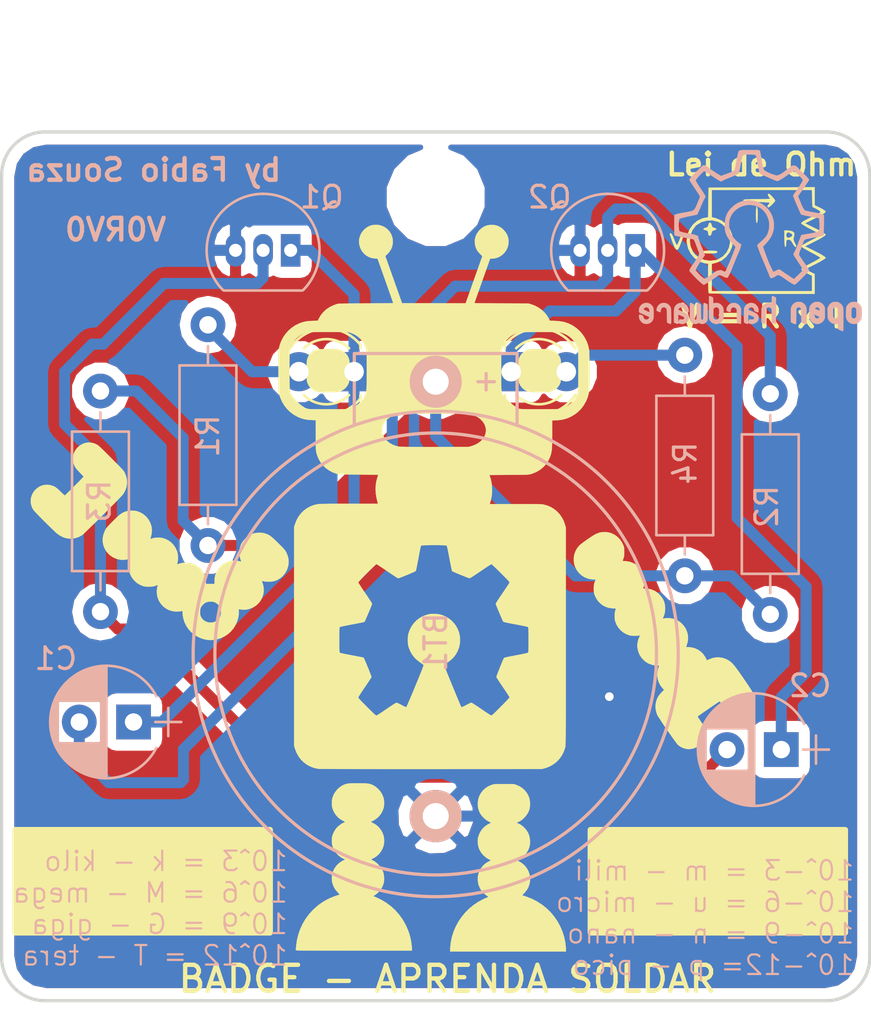
<source format=kicad_pcb>
(kicad_pcb (version 4) (host pcbnew 4.0.6)
  (layers (0 F.Cu signal) (31 B.Cu signal) (34 B.Paste user) (35 F.Paste user) (36 B.SilkS user) (37 F.SilkS user) (38 B.Mask user) (39 F.Mask user) (44 Edge.Cuts user))
  (net 0 "")
  (net 1 "Net-(BT1-Pad2)")
  (net 2 "Net-(BT1-Pad1)")
  (net 3 "Net-(C1-Pad1)")
  (net 4 "Net-(C1-Pad2)")
  (net 5 "Net-(C2-Pad1)")
  (net 6 "Net-(C2-Pad2)")
  (net 7 "Net-(D1-Pad2)")
  (net 8 "Net-(D2-Pad2)")
  (module Graphics:robot1_33x33 (layer F.Cu) (at 128 68)
    (fp_text reference G*** hide)
    (fp_text value LOGO hide)
  )
  (module Resistors_THT:R_Axial_DIN0207_L6.3mm_D2.5mm_P10.16mm_Horizontal (layer B.Cu) (at 119.507 66.04 90)
    (fp_text reference R1 (at 5.04 -0.007 90) (layer B.SilkS) (effects (justify mirror)))
    (fp_text value 150R hide)
    (pad 1 thru_hole circle (at 0 0 90) (size 1.6 1.6) (drill 0.8) (layers *.Cu *.Mask) (net 2 "Net-(BT1-Pad1)"))
    (pad 2 thru_hole oval (at 10.16 0 90) (size 1.6 1.6) (drill 0.8) (layers *.Cu *.Mask) (net 7 "Net-(D1-Pad2)"))
  )
  (module Mounting_Holes:MountingHole_3.5mm (layer F.Cu) (at 130 50)
    (fp_text reference REF** hide)
    (fp_text value MountingHole_3.5mm hide)
    (pad 1 np_thru_hole circle (at 0 0) (size 3.5 3.5) (drill 3.5) (layers *.Cu *.Mask))
  )
  (module Capacitors_THT:CP_Radial_D5.0mm_P2.50mm (layer B.Cu) (at 116.078 74.168 180)
    (fp_text reference C1 (at 3.578 2.918 180) (layer B.SilkS) (effects (justify mirror)))
    (fp_text value 22uF hide)
    (pad 1 thru_hole rect (at 0 0 180) (size 1.6 1.6) (drill 0.8) (layers *.Cu *.Mask) (net 3 "Net-(C1-Pad1)"))
    (pad 2 thru_hole circle (at 2.5 0 180) (size 1.6 1.6) (drill 0.8) (layers *.Cu *.Mask) (net 4 "Net-(C1-Pad2)"))
  )
  (module Capacitors_THT:CP_Radial_D5.0mm_P2.50mm (layer B.Cu) (at 145.923 75.438 180)
    (fp_text reference C2 (at -1.327 2.938 180) (layer B.SilkS) (effects (justify mirror)))
    (fp_text value 22uF hide)
    (pad 1 thru_hole rect (at 0 0 180) (size 1.6 1.6) (drill 0.8) (layers *.Cu *.Mask) (net 5 "Net-(C2-Pad1)"))
    (pad 2 thru_hole circle (at 2.5 0 180) (size 1.6 1.6) (drill 0.8) (layers *.Cu *.Mask) (net 6 "Net-(C2-Pad2)"))
  )
  (module LEDs:LED_D3.0mm (layer F.Cu) (at 126.238 58.039 180)
    (fp_text reference D1 hide)
    (fp_text value LED hide)
    (pad 1 thru_hole rect (at 0 0 180) (size 1.8 1.8) (drill 0.9) (layers *.Cu *.Mask) (net 3 "Net-(C1-Pad1)"))
    (pad 2 thru_hole circle (at 2.54 0 180) (size 1.8 1.8) (drill 0.9) (layers *.Cu *.Mask) (net 7 "Net-(D1-Pad2)"))
  )
  (module LEDs:LED_D3.0mm (layer F.Cu) (at 133.477 58.039)
    (fp_text reference D2 hide)
    (fp_text value LED hide)
    (pad 1 thru_hole rect (at 0 0) (size 1.8 1.8) (drill 0.9) (layers *.Cu *.Mask) (net 5 "Net-(C2-Pad1)"))
    (pad 2 thru_hole circle (at 2.54 0) (size 1.8 1.8) (drill 0.9) (layers *.Cu *.Mask) (net 8 "Net-(D2-Pad2)"))
  )
  (module TO_SOT_Packages_THT:TO-92_Inline_Narrow_Oval (layer B.Cu) (at 123.317 52.451 180)
    (fp_text reference Q1 (at -1.433 2.451 180) (layer B.SilkS) (effects (justify mirror)))
    (fp_text value BC548 hide)
    (pad 2 thru_hole oval (at 1.27 0) (size 0.9 1.5) (drill 0.6) (layers *.Cu *.Mask) (net 6 "Net-(C2-Pad2)"))
    (pad 3 thru_hole oval (at 2.54 0) (size 0.9 1.5) (drill 0.6) (layers *.Cu *.Mask) (net 1 "Net-(BT1-Pad2)"))
    (pad 1 thru_hole rect (at 0 0) (size 0.9 1.5) (drill 0.6) (layers *.Cu *.Mask) (net 3 "Net-(C1-Pad1)"))
  )
  (module TO_SOT_Packages_THT:TO-92_Inline_Narrow_Oval (layer B.Cu) (at 139.192 52.451 180)
    (fp_text reference Q2 (at 3.942 2.451 180) (layer B.SilkS) (effects (justify mirror)))
    (fp_text value BC548 hide)
    (pad 2 thru_hole oval (at 1.27 0) (size 0.9 1.5) (drill 0.6) (layers *.Cu *.Mask) (net 4 "Net-(C1-Pad2)"))
    (pad 3 thru_hole oval (at 2.54 0) (size 0.9 1.5) (drill 0.6) (layers *.Cu *.Mask) (net 1 "Net-(BT1-Pad2)"))
    (pad 1 thru_hole rect (at 0 0) (size 0.9 1.5) (drill 0.6) (layers *.Cu *.Mask) (net 5 "Net-(C2-Pad1)"))
  )
  (module Resistors_THT:R_Axial_DIN0207_L6.3mm_D2.5mm_P10.16mm_Horizontal (layer B.Cu) (at 145.415 69.215 90)
    (fp_text reference R2 (at 4.965 -0.165 90) (layer B.SilkS) (effects (justify mirror)))
    (fp_text value 47k hide)
    (pad 1 thru_hole circle (at 0 0 90) (size 1.6 1.6) (drill 0.8) (layers *.Cu *.Mask) (net 2 "Net-(BT1-Pad1)"))
    (pad 2 thru_hole oval (at 10.16 0 90) (size 1.6 1.6) (drill 0.8) (layers *.Cu *.Mask) (net 4 "Net-(C1-Pad2)"))
  )
  (module Resistors_THT:R_Axial_DIN0207_L6.3mm_D2.5mm_P10.16mm_Horizontal (layer B.Cu) (at 114.554 58.928 270)
    (fp_text reference R3 (at 5.072 0.054 270) (layer B.SilkS) (effects (justify mirror)))
    (fp_text value 47k hide)
    (pad 1 thru_hole circle (at 0 0 270) (size 1.6 1.6) (drill 0.8) (layers *.Cu *.Mask) (net 2 "Net-(BT1-Pad1)"))
    (pad 2 thru_hole oval (at 10.16 0 270) (size 1.6 1.6) (drill 0.8) (layers *.Cu *.Mask) (net 6 "Net-(C2-Pad2)"))
  )
  (module Resistors_THT:R_Axial_DIN0207_L6.3mm_D2.5mm_P10.16mm_Horizontal (layer B.Cu) (at 141.478 67.437 90)
    (fp_text reference R4 (at 5.187 0.022 90) (layer B.SilkS) (effects (justify mirror)))
    (fp_text value 150R hide)
    (pad 1 thru_hole circle (at 0 0 90) (size 1.6 1.6) (drill 0.8) (layers *.Cu *.Mask) (net 2 "Net-(BT1-Pad1)"))
    (pad 2 thru_hole oval (at 10.16 0 90) (size 1.6 1.6) (drill 0.8) (layers *.Cu *.Mask) (net 8 "Net-(D2-Pad2)"))
  )
  (module Graphics:circuit (layer F.Cu) (at 144.5 52)
    (fp_text reference G*** hide)
    (fp_text value LOGO hide)
  )
  (module library:CR2032_HOLDER (layer B.Cu) (at 130 78.5 90)
    (fp_text reference BT1 (at 8 0 90) (layer B.SilkS) (effects (justify mirror)))
    (fp_text value Battery_Cell hide)
    (fp_text user + (at 20 2.25 90) (layer B.SilkS) (effects (justify mirror)))
    (pad 2 thru_hole circle (at 0 0 90) (size 2.4 2.4) (drill 1.2) (layers *.Cu *.Mask B.SilkS) (net 1 "Net-(BT1-Pad2)"))
    (pad 1 thru_hole circle (at 20 0 90) (size 2.4 2.4) (drill 1.2) (layers *.Cu *.Mask B.SilkS) (net 2 "Net-(BT1-Pad1)"))
  )
  (module Graphics:oshw_logo (layer B.Cu) (at 144.5 52 180)
    (fp_text reference G*** hide)
    (fp_text value LOGO hide)
  )
  (gr_text V0RV0 (at 115.25 51.5) (layer B.SilkS) (effects (font (size 1 1) (thickness 0.2)) (justify mirror)))
  (gr_text "by Fabio Souza" (at 117 48.75) (layer B.SilkS) (effects (font (size 1 1) (thickness 0.2)) (justify mirror)))
  (gr_text "BADGE - APRENDA SOLDAR " (at 131 86) (layer F.SilkS) (effects (font (size 1.2 1.2) (thickness 0.2))))
  (gr_text "10^-3 = m - mili\n10^-6 = u - micro\n10^-9 = n - nano\n10^-12= p - pico" (at 149.352 83.185) (layer B.SilkS) (effects (font (size 0.9 0.9) (thickness 0.1)) (justify left mirror)))
  (gr_text "10^3 = k - kilo\n10^6 = M - mega\n10^9 = G - giga\n10^12 = T - tera" (at 123.25 82.75) (layer B.SilkS) (effects (font (size 0.9 0.9) (thickness 0.1)) (justify left mirror)))
  (gr_text "Lei de Ohm" (at 145 48.5) (layer F.SilkS) (effects (font (size 1 1) (thickness 0.2))))
  (gr_text "V = R x I" (at 145 55.5) (layer F.SilkS) (effects (font (size 1 1) (thickness 0.2))))
  (gr_line (start 110 49) (end 110 85) (angle 90) (layer Edge.Cuts) (width 0.15))
  (gr_line (start 148 47) (end 112 47) (angle 90) (layer Edge.Cuts) (width 0.15))
  (gr_line (start 150 85) (end 150 49) (angle 90) (layer Edge.Cuts) (width 0.15))
  (gr_line (start 148 87) (end 112 87) (angle 90) (layer Edge.Cuts) (width 0.15))
  (gr_arc (start 148 85) (end 150 85) (angle 90) (layer Edge.Cuts) (width 0.15))
  (gr_arc (start 112 85) (end 112 87) (angle 90) (layer Edge.Cuts) (width 0.15))
  (gr_arc (start 112 49) (end 110 49) (angle 90) (layer Edge.Cuts) (width 0.15))
  (gr_arc (start 148 49) (end 148 47) (angle 90) (layer Edge.Cuts) (width 0.15))
  (segment (start 136.652 52.451) (end 136.652 55.652) (width 0.508) (layer F.Cu) (net 1))
  (segment (start 132.5 78.5) (end 130 78.5) (width 0.508) (layer B.Cu) (net 1))
  (segment (start 138 73) (end 132.5 78.5) (width 0.508) (layer B.Cu) (net 1))
  (via (at 138 73) (size 0.6) (drill 0.4) (layers F.Cu B.Cu) (net 1))
  (segment (start 138 57) (end 138 73) (width 0.508) (layer F.Cu) (net 1))
  (segment (start 136.652 55.652) (end 138 57) (width 0.508) (layer F.Cu) (net 1))
  (segment (start 120.777 52.451) (end 120.777 51.435) (width 0.508) (layer B.Cu) (net 1))
  (segment (start 135.509 52.451) (end 136.652 52.451) (width 0.508) (layer B.Cu) (net 1))
  (segment (start 134.874 53.086) (end 135.509 52.451) (width 0.508) (layer B.Cu) (net 1))
  (segment (start 128.778 53.086) (end 134.874 53.086) (width 0.508) (layer B.Cu) (net 1))
  (segment (start 126.746 51.054) (end 128.778 53.086) (width 0.508) (layer B.Cu) (net 1))
  (segment (start 121.158 51.054) (end 126.746 51.054) (width 0.508) (layer B.Cu) (net 1))
  (segment (start 120.777 51.435) (end 121.158 51.054) (width 0.508) (layer B.Cu) (net 1))
  (segment (start 130 58.5) (end 130 61) (width 0.508) (layer B.Cu) (net 2))
  (segment (start 136.437 67.437) (end 141.478 67.437) (width 0.508) (layer B.Cu) (net 2))
  (segment (start 130 61) (end 136.437 67.437) (width 0.508) (layer B.Cu) (net 2))
  (segment (start 130 58.5) (end 129 58.5) (width 0.508) (layer F.Cu) (net 2))
  (segment (start 129 58.5) (end 121.46 66.04) (width 0.508) (layer F.Cu) (net 2))
  (segment (start 121.46 66.04) (end 119.507 66.04) (width 0.508) (layer F.Cu) (net 2))
  (segment (start 141.478 67.437) (end 143.637 67.437) (width 0.508) (layer B.Cu) (net 2))
  (segment (start 143.637 67.437) (end 145.415 69.215) (width 0.508) (layer B.Cu) (net 2))
  (segment (start 118.364 61.087) (end 118.364 64.897) (width 0.508) (layer B.Cu) (net 2))
  (segment (start 118.364 64.897) (end 119.507 66.04) (width 0.508) (layer B.Cu) (net 2))
  (segment (start 116.205 58.928) (end 118.364 61.087) (width 0.508) (layer B.Cu) (net 2))
  (segment (start 114.554 58.928) (end 116.205 58.928) (width 0.508) (layer B.Cu) (net 2))
  (segment (start 117.386 74.168) (end 116.078 74.168) (width 0.508) (layer B.Cu) (net 3))
  (segment (start 126.238 65.316) (end 117.386 74.168) (width 0.508) (layer B.Cu) (net 3))
  (segment (start 126.238 58.039) (end 126.238 65.316) (width 0.508) (layer B.Cu) (net 3))
  (segment (start 123.317 52.451) (end 124.206 52.451) (width 0.508) (layer B.Cu) (net 3))
  (segment (start 126.238 54.483) (end 126.238 58.039) (width 0.508) (layer B.Cu) (net 3))
  (segment (start 124.206 52.451) (end 126.238 54.483) (width 0.508) (layer B.Cu) (net 3))
  (segment (start 127.592001 66.209999) (end 127.302 66.5) (width 0.508) (layer B.Cu) (net 4))
  (segment (start 127.302 66.5) (end 118.379999 75.422001) (width 0.508) (layer B.Cu) (net 4))
  (segment (start 137.922 52.451) (end 137.922 53.709) (width 0.508) (layer B.Cu) (net 4))
  (segment (start 137.922 53.709) (end 137.529 54.102) (width 0.508) (layer B.Cu) (net 4))
  (segment (start 137.529 54.102) (end 130.898 54.102) (width 0.508) (layer B.Cu) (net 4))
  (segment (start 130.898 54.102) (end 128 57) (width 0.508) (layer B.Cu) (net 4))
  (segment (start 128 57) (end 128 65.802) (width 0.508) (layer B.Cu) (net 4))
  (segment (start 128 65.802) (end 127.302 66.5) (width 0.508) (layer B.Cu) (net 4))
  (segment (start 114.935 76.962) (end 113.578 75.605) (width 0.508) (layer B.Cu) (net 4))
  (segment (start 113.578 75.605) (end 113.578 74.168) (width 0.508) (layer B.Cu) (net 4))
  (segment (start 118.237 76.962) (end 114.935 76.962) (width 0.508) (layer B.Cu) (net 4))
  (segment (start 118.379999 76.819001) (end 118.237 76.962) (width 0.508) (layer B.Cu) (net 4))
  (segment (start 118.379999 75.422001) (end 118.379999 76.819001) (width 0.508) (layer B.Cu) (net 4))
  (segment (start 137.922 52.451) (end 137.922 50.927) (width 0.508) (layer B.Cu) (net 4))
  (segment (start 145.415 56.388) (end 145.415 59.055) (width 0.508) (layer B.Cu) (net 4))
  (segment (start 139.573 50.546) (end 145.415 56.388) (width 0.508) (layer B.Cu) (net 4))
  (segment (start 138.303 50.546) (end 139.573 50.546) (width 0.508) (layer B.Cu) (net 4))
  (segment (start 137.922 50.927) (end 138.303 50.546) (width 0.508) (layer B.Cu) (net 4))
  (segment (start 139.192 52.451) (end 139.446 52.451) (width 0.508) (layer B.Cu) (net 5))
  (segment (start 139.446 52.451) (end 143.891 56.896) (width 0.508) (layer B.Cu) (net 5))
  (segment (start 145.923 73.025) (end 145.923 75.438) (width 0.508) (layer B.Cu) (net 5))
  (segment (start 147.066 71.882) (end 145.923 73.025) (width 0.508) (layer B.Cu) (net 5))
  (segment (start 147.066 67.945) (end 147.066 71.882) (width 0.508) (layer B.Cu) (net 5))
  (segment (start 143.891 64.77) (end 147.066 67.945) (width 0.508) (layer B.Cu) (net 5))
  (segment (start 143.891 56.896) (end 143.891 64.77) (width 0.508) (layer B.Cu) (net 5))
  (segment (start 133.477 58.039) (end 133.477 57.023) (width 0.508) (layer B.Cu) (net 5))
  (segment (start 139.192 54.356) (end 139.192 52.451) (width 0.508) (layer B.Cu) (net 5))
  (segment (start 138.303 55.245) (end 139.192 54.356) (width 0.508) (layer B.Cu) (net 5))
  (segment (start 135.255 55.245) (end 138.303 55.245) (width 0.508) (layer B.Cu) (net 5))
  (segment (start 133.477 57.023) (end 135.255 55.245) (width 0.508) (layer B.Cu) (net 5))
  (segment (start 123.317 76.708) (end 142.153 76.708) (width 0.508) (layer F.Cu) (net 6))
  (segment (start 142.153 76.708) (end 143.423 75.438) (width 0.508) (layer F.Cu) (net 6))
  (segment (start 116.496999 69.887999) (end 123.317 76.708) (width 0.508) (layer F.Cu) (net 6))
  (segment (start 114.554 69.088) (end 115.353999 69.887999) (width 0.508) (layer F.Cu) (net 6))
  (segment (start 115.353999 69.887999) (end 116.496999 69.887999) (width 0.508) (layer F.Cu) (net 6))
  (segment (start 122.047 52.451) (end 122.047 53.709) (width 0.508) (layer B.Cu) (net 6))
  (segment (start 122.047 53.709) (end 121.781 53.975) (width 0.508) (layer B.Cu) (net 6))
  (segment (start 121.781 53.975) (end 117.475 53.975) (width 0.508) (layer B.Cu) (net 6))
  (segment (start 117.475 53.975) (end 114.681 56.769) (width 0.508) (layer B.Cu) (net 6))
  (segment (start 114.681 56.769) (end 114.173 56.769) (width 0.508) (layer B.Cu) (net 6))
  (segment (start 114.173 56.769) (end 112.903 58.039) (width 0.508) (layer B.Cu) (net 6))
  (segment (start 112.903 58.039) (end 112.903 60.452) (width 0.508) (layer B.Cu) (net 6))
  (segment (start 112.903 60.452) (end 114.554 62.103) (width 0.508) (layer B.Cu) (net 6))
  (segment (start 114.554 62.103) (end 114.554 69.088) (width 0.508) (layer B.Cu) (net 6))
  (segment (start 119.507 55.88) (end 119.507 56.007) (width 0.508) (layer B.Cu) (net 7))
  (segment (start 119.507 56.007) (end 121.539 58.039) (width 0.508) (layer B.Cu) (net 7))
  (segment (start 121.539 58.039) (end 123.698 58.039) (width 0.508) (layer B.Cu) (net 7))
  (segment (start 141.478 57.277) (end 136.779 57.277) (width 0.508) (layer B.Cu) (net 8))
  (segment (start 136.779 57.277) (end 136.017 58.039) (width 0.508) (layer B.Cu) (net 8))
  (zone (net 0) (net_name "") (layer F.SilkS) (connect_pads (clearance 0.508)) (min_thickness 0.254) (fill yes (arc_segments 16) (thermal_gap 0.508) (thermal_bridge_width 0.508))
    (polygon (pts (xy 122.5 84) (xy 110.5 84) (xy 110.5 79) (xy 122.5 79)))
  )
  (zone (net 0) (net_name "") (layer F.SilkS) (connect_pads (clearance 0.508)) (min_thickness 0.254) (fill yes (arc_segments 16) (thermal_gap 0.508) (thermal_bridge_width 0.508))
    (polygon (pts (xy 137 84) (xy 137 79) (xy 149 79) (xy 149 84)))
  )
  (zone (net 1) (net_name "Net-(BT1-Pad2)") (layer F.Cu) (connect_pads (clearance 0.508)) (min_thickness 0.254) (fill yes (arc_segments 16) (thermal_gap 0.508) (thermal_bridge_width 0.508))
    (polygon (pts (xy 149 47.5) (xy 149.25 47.75) (xy 149.75 48.75) (xy 149.75 85.5) (xy 149.5 86) (xy 149 86.5) (xy 148.5 86.75) (xy 111.5 86.75) (xy 111 86.5) (xy 110.5 86) (xy 110.25 85.5) (xy 110.25 48.5) (xy 110.5 48) (xy 111 47.5) (xy 111.5 47.25) (xy 148.5 47.25)))
  )
  (zone (net 1) (net_name "Net-(BT1-Pad2)") (layer B.Cu) (connect_pads (clearance 0.508)) (min_thickness 0.254) (fill yes (arc_segments 16) (thermal_gap 0.508) (thermal_bridge_width 0.508))
    (polygon (pts (xy 149 47.5) (xy 149.25 47.75) (xy 149.75 48.75) (xy 149.75 85.5) (xy 149.5 86) (xy 149 86.5) (xy 148.5 86.75) (xy 111.5 86.75) (xy 111 86.5) (xy 110.5 86) (xy 110.25 85.5) (xy 110.25 48.5) (xy 110.5 48) (xy 111 47.5) (xy 111.5 47.25) (xy 148.5 47.25)))
  )
)
</source>
